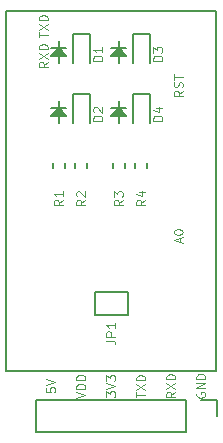
<source format=gto>
G04 #@! TF.GenerationSoftware,KiCad,Pcbnew,(5.1.4)-1*
G04 #@! TF.CreationDate,2019-12-18T21:33:11+01:00*
G04 #@! TF.ProjectId,ser,7365722e-6b69-4636-9164-5f7063625858,rev?*
G04 #@! TF.SameCoordinates,Original*
G04 #@! TF.FileFunction,Legend,Top*
G04 #@! TF.FilePolarity,Positive*
%FSLAX46Y46*%
G04 Gerber Fmt 4.6, Leading zero omitted, Abs format (unit mm)*
G04 Created by KiCad (PCBNEW (5.1.4)-1) date 2019-12-18 21:33:11*
%MOMM*%
%LPD*%
G04 APERTURE LIST*
%ADD10C,0.152400*%
%ADD11C,0.101600*%
G04 APERTURE END LIST*
D10*
X135153400Y-93345000D02*
X134518400Y-93345000D01*
X134518400Y-92710000D02*
X134518400Y-93345000D01*
X133883400Y-93345000D02*
X134518400Y-93345000D01*
G36*
X135153400Y-93980000D02*
G01*
X133883400Y-93980000D01*
X134518400Y-93345000D01*
X135153400Y-93980000D01*
G37*
X135153400Y-93980000D02*
X133883400Y-93980000D01*
X134518400Y-93345000D01*
X135153400Y-93980000D01*
X134518400Y-93345000D02*
X133883400Y-93345000D01*
X134518400Y-94615000D02*
X134518400Y-93980000D01*
X140233400Y-93345000D02*
X139598400Y-93345000D01*
X139598400Y-92710000D02*
X139598400Y-93345000D01*
X138963400Y-93345000D02*
X139598400Y-93345000D01*
G36*
X140233400Y-93980000D02*
G01*
X138963400Y-93980000D01*
X139598400Y-93345000D01*
X140233400Y-93980000D01*
G37*
X140233400Y-93980000D02*
X138963400Y-93980000D01*
X139598400Y-93345000D01*
X140233400Y-93980000D01*
X139598400Y-93345000D02*
X138963400Y-93345000D01*
X139598400Y-94615000D02*
X139598400Y-93980000D01*
X140233400Y-88265000D02*
X139598400Y-88265000D01*
X139598400Y-87630000D02*
X139598400Y-88265000D01*
X138963400Y-88265000D02*
X139598400Y-88265000D01*
G36*
X140233400Y-88900000D02*
G01*
X138963400Y-88900000D01*
X139598400Y-88265000D01*
X140233400Y-88900000D01*
G37*
X140233400Y-88900000D02*
X138963400Y-88900000D01*
X139598400Y-88265000D01*
X140233400Y-88900000D01*
X139598400Y-88265000D02*
X138963400Y-88265000D01*
X139598400Y-89535000D02*
X139598400Y-88900000D01*
G36*
X135153400Y-88900000D02*
G01*
X133883400Y-88900000D01*
X134518400Y-88265000D01*
X135153400Y-88900000D01*
G37*
X135153400Y-88900000D02*
X133883400Y-88900000D01*
X134518400Y-88265000D01*
X135153400Y-88900000D01*
X135153400Y-88265000D02*
X134518400Y-88265000D01*
X134518400Y-87630000D02*
X134518400Y-88265000D01*
X133883400Y-88265000D02*
X134518400Y-88265000D01*
X134518400Y-88265000D02*
X133883400Y-88265000D01*
X134518400Y-89535000D02*
X134518400Y-88900000D01*
D11*
X144805400Y-104684285D02*
X144805400Y-104321428D01*
X145023114Y-104756857D02*
X144261114Y-104502857D01*
X145023114Y-104248857D01*
X144261114Y-103849714D02*
X144261114Y-103777142D01*
X144297400Y-103704571D01*
X144333685Y-103668285D01*
X144406257Y-103632000D01*
X144551400Y-103595714D01*
X144732828Y-103595714D01*
X144877971Y-103632000D01*
X144950542Y-103668285D01*
X144986828Y-103704571D01*
X145023114Y-103777142D01*
X145023114Y-103849714D01*
X144986828Y-103922285D01*
X144950542Y-103958571D01*
X144877971Y-103994857D01*
X144732828Y-104031142D01*
X144551400Y-104031142D01*
X144406257Y-103994857D01*
X144333685Y-103958571D01*
X144297400Y-103922285D01*
X144261114Y-103849714D01*
X145023114Y-91857285D02*
X144660257Y-92111285D01*
X145023114Y-92292714D02*
X144261114Y-92292714D01*
X144261114Y-92002428D01*
X144297400Y-91929857D01*
X144333685Y-91893571D01*
X144406257Y-91857285D01*
X144515114Y-91857285D01*
X144587685Y-91893571D01*
X144623971Y-91929857D01*
X144660257Y-92002428D01*
X144660257Y-92292714D01*
X144986828Y-91567000D02*
X145023114Y-91458142D01*
X145023114Y-91276714D01*
X144986828Y-91204142D01*
X144950542Y-91167857D01*
X144877971Y-91131571D01*
X144805400Y-91131571D01*
X144732828Y-91167857D01*
X144696542Y-91204142D01*
X144660257Y-91276714D01*
X144623971Y-91421857D01*
X144587685Y-91494428D01*
X144551400Y-91530714D01*
X144478828Y-91567000D01*
X144406257Y-91567000D01*
X144333685Y-91530714D01*
X144297400Y-91494428D01*
X144261114Y-91421857D01*
X144261114Y-91240428D01*
X144297400Y-91131571D01*
X144261114Y-90913857D02*
X144261114Y-90478428D01*
X145023114Y-90696142D02*
X144261114Y-90696142D01*
X133593114Y-89408000D02*
X133230257Y-89662000D01*
X133593114Y-89843428D02*
X132831114Y-89843428D01*
X132831114Y-89553142D01*
X132867400Y-89480571D01*
X132903685Y-89444285D01*
X132976257Y-89408000D01*
X133085114Y-89408000D01*
X133157685Y-89444285D01*
X133193971Y-89480571D01*
X133230257Y-89553142D01*
X133230257Y-89843428D01*
X132831114Y-89154000D02*
X133593114Y-88646000D01*
X132831114Y-88646000D02*
X133593114Y-89154000D01*
X133593114Y-88355714D02*
X132831114Y-88355714D01*
X132831114Y-88174285D01*
X132867400Y-88065428D01*
X132939971Y-87992857D01*
X133012542Y-87956571D01*
X133157685Y-87920285D01*
X133266542Y-87920285D01*
X133411685Y-87956571D01*
X133484257Y-87992857D01*
X133556828Y-88065428D01*
X133593114Y-88174285D01*
X133593114Y-88355714D01*
X132831114Y-87321571D02*
X132831114Y-86886142D01*
X133593114Y-87103857D02*
X132831114Y-87103857D01*
X132831114Y-86704714D02*
X133593114Y-86196714D01*
X132831114Y-86196714D02*
X133593114Y-86704714D01*
X133593114Y-85906428D02*
X132831114Y-85906428D01*
X132831114Y-85725000D01*
X132867400Y-85616142D01*
X132939971Y-85543571D01*
X133012542Y-85507285D01*
X133157685Y-85471000D01*
X133266542Y-85471000D01*
X133411685Y-85507285D01*
X133484257Y-85543571D01*
X133556828Y-85616142D01*
X133593114Y-85725000D01*
X133593114Y-85906428D01*
X133466114Y-116985142D02*
X133466114Y-117348000D01*
X133828971Y-117384285D01*
X133792685Y-117348000D01*
X133756400Y-117275428D01*
X133756400Y-117094000D01*
X133792685Y-117021428D01*
X133828971Y-116985142D01*
X133901542Y-116948857D01*
X134082971Y-116948857D01*
X134155542Y-116985142D01*
X134191828Y-117021428D01*
X134228114Y-117094000D01*
X134228114Y-117275428D01*
X134191828Y-117348000D01*
X134155542Y-117384285D01*
X133466114Y-116731142D02*
X134228114Y-116477142D01*
X133466114Y-116223142D01*
X136006114Y-117856000D02*
X136768114Y-117602000D01*
X136006114Y-117348000D01*
X136768114Y-117094000D02*
X136006114Y-117094000D01*
X136006114Y-116912571D01*
X136042400Y-116803714D01*
X136114971Y-116731142D01*
X136187542Y-116694857D01*
X136332685Y-116658571D01*
X136441542Y-116658571D01*
X136586685Y-116694857D01*
X136659257Y-116731142D01*
X136731828Y-116803714D01*
X136768114Y-116912571D01*
X136768114Y-117094000D01*
X136768114Y-116332000D02*
X136006114Y-116332000D01*
X136006114Y-116150571D01*
X136042400Y-116041714D01*
X136114971Y-115969142D01*
X136187542Y-115932857D01*
X136332685Y-115896571D01*
X136441542Y-115896571D01*
X136586685Y-115932857D01*
X136659257Y-115969142D01*
X136731828Y-116041714D01*
X136768114Y-116150571D01*
X136768114Y-116332000D01*
X138546114Y-117783428D02*
X138546114Y-117311714D01*
X138836400Y-117565714D01*
X138836400Y-117456857D01*
X138872685Y-117384285D01*
X138908971Y-117348000D01*
X138981542Y-117311714D01*
X139162971Y-117311714D01*
X139235542Y-117348000D01*
X139271828Y-117384285D01*
X139308114Y-117456857D01*
X139308114Y-117674571D01*
X139271828Y-117747142D01*
X139235542Y-117783428D01*
X138546114Y-117094000D02*
X139308114Y-116840000D01*
X138546114Y-116586000D01*
X138546114Y-116404571D02*
X138546114Y-115932857D01*
X138836400Y-116186857D01*
X138836400Y-116078000D01*
X138872685Y-116005428D01*
X138908971Y-115969142D01*
X138981542Y-115932857D01*
X139162971Y-115932857D01*
X139235542Y-115969142D01*
X139271828Y-116005428D01*
X139308114Y-116078000D01*
X139308114Y-116295714D01*
X139271828Y-116368285D01*
X139235542Y-116404571D01*
X141086114Y-117801571D02*
X141086114Y-117366142D01*
X141848114Y-117583857D02*
X141086114Y-117583857D01*
X141086114Y-117184714D02*
X141848114Y-116676714D01*
X141086114Y-116676714D02*
X141848114Y-117184714D01*
X141848114Y-116386428D02*
X141086114Y-116386428D01*
X141086114Y-116205000D01*
X141122400Y-116096142D01*
X141194971Y-116023571D01*
X141267542Y-115987285D01*
X141412685Y-115951000D01*
X141521542Y-115951000D01*
X141666685Y-115987285D01*
X141739257Y-116023571D01*
X141811828Y-116096142D01*
X141848114Y-116205000D01*
X141848114Y-116386428D01*
X144388114Y-117348000D02*
X144025257Y-117602000D01*
X144388114Y-117783428D02*
X143626114Y-117783428D01*
X143626114Y-117493142D01*
X143662400Y-117420571D01*
X143698685Y-117384285D01*
X143771257Y-117348000D01*
X143880114Y-117348000D01*
X143952685Y-117384285D01*
X143988971Y-117420571D01*
X144025257Y-117493142D01*
X144025257Y-117783428D01*
X143626114Y-117094000D02*
X144388114Y-116586000D01*
X143626114Y-116586000D02*
X144388114Y-117094000D01*
X144388114Y-116295714D02*
X143626114Y-116295714D01*
X143626114Y-116114285D01*
X143662400Y-116005428D01*
X143734971Y-115932857D01*
X143807542Y-115896571D01*
X143952685Y-115860285D01*
X144061542Y-115860285D01*
X144206685Y-115896571D01*
X144279257Y-115932857D01*
X144351828Y-116005428D01*
X144388114Y-116114285D01*
X144388114Y-116295714D01*
X146202400Y-117420571D02*
X146166114Y-117493142D01*
X146166114Y-117602000D01*
X146202400Y-117710857D01*
X146274971Y-117783428D01*
X146347542Y-117819714D01*
X146492685Y-117856000D01*
X146601542Y-117856000D01*
X146746685Y-117819714D01*
X146819257Y-117783428D01*
X146891828Y-117710857D01*
X146928114Y-117602000D01*
X146928114Y-117529428D01*
X146891828Y-117420571D01*
X146855542Y-117384285D01*
X146601542Y-117384285D01*
X146601542Y-117529428D01*
X146928114Y-117057714D02*
X146166114Y-117057714D01*
X146928114Y-116622285D01*
X146166114Y-116622285D01*
X146928114Y-116259428D02*
X146166114Y-116259428D01*
X146166114Y-116078000D01*
X146202400Y-115969142D01*
X146274971Y-115896571D01*
X146347542Y-115860285D01*
X146492685Y-115824000D01*
X146601542Y-115824000D01*
X146746685Y-115860285D01*
X146819257Y-115896571D01*
X146891828Y-115969142D01*
X146928114Y-116078000D01*
X146928114Y-116259428D01*
D10*
X130073400Y-85090000D02*
X147853400Y-85090000D01*
X147853400Y-85090000D02*
X147853400Y-115570000D01*
X147853400Y-115570000D02*
X130073400Y-115570000D01*
X130073400Y-115570000D02*
X130073400Y-85090000D01*
X137563400Y-110855000D02*
X137563400Y-108855000D01*
X140363400Y-110855000D02*
X137563400Y-110855000D01*
X140363400Y-108855000D02*
X140363400Y-110855000D01*
X137563400Y-108855000D02*
X140363400Y-108855000D01*
X132553400Y-118050000D02*
X132553400Y-120710000D01*
X145313400Y-118050000D02*
X132553400Y-118050000D01*
X145313400Y-120710000D02*
X132553400Y-120710000D01*
X145313400Y-118050000D02*
X145313400Y-120710000D01*
X146583400Y-118050000D02*
X147913400Y-118050000D01*
X147913400Y-118050000D02*
X147913400Y-119380000D01*
X140768400Y-92167500D02*
X140768400Y-94627500D01*
X142238400Y-92167500D02*
X140768400Y-92167500D01*
X142238400Y-94627500D02*
X142238400Y-92167500D01*
X142238400Y-89547500D02*
X142238400Y-87087500D01*
X142238400Y-87087500D02*
X140768400Y-87087500D01*
X140768400Y-87087500D02*
X140768400Y-89547500D01*
X135688400Y-92167500D02*
X135688400Y-94627500D01*
X137158400Y-92167500D02*
X135688400Y-92167500D01*
X137158400Y-94627500D02*
X137158400Y-92167500D01*
X137158400Y-89547500D02*
X137158400Y-87087500D01*
X137158400Y-87087500D02*
X135688400Y-87087500D01*
X135688400Y-87087500D02*
X135688400Y-89547500D01*
X142013400Y-98356267D02*
X142013400Y-98013733D01*
X140993400Y-98356267D02*
X140993400Y-98013733D01*
X139088400Y-98356267D02*
X139088400Y-98013733D01*
X140108400Y-98356267D02*
X140108400Y-98013733D01*
X136933400Y-98356267D02*
X136933400Y-98013733D01*
X135913400Y-98356267D02*
X135913400Y-98013733D01*
X134008400Y-98356267D02*
X134008400Y-98013733D01*
X135028400Y-98356267D02*
X135028400Y-98013733D01*
D11*
X138546114Y-113030000D02*
X139090400Y-113030000D01*
X139199257Y-113066285D01*
X139271828Y-113138857D01*
X139308114Y-113247714D01*
X139308114Y-113320285D01*
X139308114Y-112667142D02*
X138546114Y-112667142D01*
X138546114Y-112376857D01*
X138582400Y-112304285D01*
X138618685Y-112268000D01*
X138691257Y-112231714D01*
X138800114Y-112231714D01*
X138872685Y-112268000D01*
X138908971Y-112304285D01*
X138945257Y-112376857D01*
X138945257Y-112667142D01*
X139308114Y-111506000D02*
X139308114Y-111941428D01*
X139308114Y-111723714D02*
X138546114Y-111723714D01*
X138654971Y-111796285D01*
X138727542Y-111868857D01*
X138763828Y-111941428D01*
X143278114Y-94389928D02*
X142516114Y-94389928D01*
X142516114Y-94208500D01*
X142552400Y-94099642D01*
X142624971Y-94027071D01*
X142697542Y-93990785D01*
X142842685Y-93954500D01*
X142951542Y-93954500D01*
X143096685Y-93990785D01*
X143169257Y-94027071D01*
X143241828Y-94099642D01*
X143278114Y-94208500D01*
X143278114Y-94389928D01*
X142770114Y-93301357D02*
X143278114Y-93301357D01*
X142479828Y-93482785D02*
X143024114Y-93664214D01*
X143024114Y-93192500D01*
X143278114Y-89309928D02*
X142516114Y-89309928D01*
X142516114Y-89128500D01*
X142552400Y-89019642D01*
X142624971Y-88947071D01*
X142697542Y-88910785D01*
X142842685Y-88874500D01*
X142951542Y-88874500D01*
X143096685Y-88910785D01*
X143169257Y-88947071D01*
X143241828Y-89019642D01*
X143278114Y-89128500D01*
X143278114Y-89309928D01*
X142516114Y-88620500D02*
X142516114Y-88148785D01*
X142806400Y-88402785D01*
X142806400Y-88293928D01*
X142842685Y-88221357D01*
X142878971Y-88185071D01*
X142951542Y-88148785D01*
X143132971Y-88148785D01*
X143205542Y-88185071D01*
X143241828Y-88221357D01*
X143278114Y-88293928D01*
X143278114Y-88511642D01*
X143241828Y-88584214D01*
X143205542Y-88620500D01*
X138198114Y-94389928D02*
X137436114Y-94389928D01*
X137436114Y-94208500D01*
X137472400Y-94099642D01*
X137544971Y-94027071D01*
X137617542Y-93990785D01*
X137762685Y-93954500D01*
X137871542Y-93954500D01*
X138016685Y-93990785D01*
X138089257Y-94027071D01*
X138161828Y-94099642D01*
X138198114Y-94208500D01*
X138198114Y-94389928D01*
X137508685Y-93664214D02*
X137472400Y-93627928D01*
X137436114Y-93555357D01*
X137436114Y-93373928D01*
X137472400Y-93301357D01*
X137508685Y-93265071D01*
X137581257Y-93228785D01*
X137653828Y-93228785D01*
X137762685Y-93265071D01*
X138198114Y-93700500D01*
X138198114Y-93228785D01*
X138198114Y-89309928D02*
X137436114Y-89309928D01*
X137436114Y-89128500D01*
X137472400Y-89019642D01*
X137544971Y-88947071D01*
X137617542Y-88910785D01*
X137762685Y-88874500D01*
X137871542Y-88874500D01*
X138016685Y-88910785D01*
X138089257Y-88947071D01*
X138161828Y-89019642D01*
X138198114Y-89128500D01*
X138198114Y-89309928D01*
X138198114Y-88148785D02*
X138198114Y-88584214D01*
X138198114Y-88366500D02*
X137436114Y-88366500D01*
X137544971Y-88439071D01*
X137617542Y-88511642D01*
X137653828Y-88584214D01*
X141848114Y-101092000D02*
X141485257Y-101346000D01*
X141848114Y-101527428D02*
X141086114Y-101527428D01*
X141086114Y-101237142D01*
X141122400Y-101164571D01*
X141158685Y-101128285D01*
X141231257Y-101092000D01*
X141340114Y-101092000D01*
X141412685Y-101128285D01*
X141448971Y-101164571D01*
X141485257Y-101237142D01*
X141485257Y-101527428D01*
X141340114Y-100438857D02*
X141848114Y-100438857D01*
X141049828Y-100620285D02*
X141594114Y-100801714D01*
X141594114Y-100330000D01*
X139943114Y-101092000D02*
X139580257Y-101346000D01*
X139943114Y-101527428D02*
X139181114Y-101527428D01*
X139181114Y-101237142D01*
X139217400Y-101164571D01*
X139253685Y-101128285D01*
X139326257Y-101092000D01*
X139435114Y-101092000D01*
X139507685Y-101128285D01*
X139543971Y-101164571D01*
X139580257Y-101237142D01*
X139580257Y-101527428D01*
X139181114Y-100838000D02*
X139181114Y-100366285D01*
X139471400Y-100620285D01*
X139471400Y-100511428D01*
X139507685Y-100438857D01*
X139543971Y-100402571D01*
X139616542Y-100366285D01*
X139797971Y-100366285D01*
X139870542Y-100402571D01*
X139906828Y-100438857D01*
X139943114Y-100511428D01*
X139943114Y-100729142D01*
X139906828Y-100801714D01*
X139870542Y-100838000D01*
X136768114Y-101092000D02*
X136405257Y-101346000D01*
X136768114Y-101527428D02*
X136006114Y-101527428D01*
X136006114Y-101237142D01*
X136042400Y-101164571D01*
X136078685Y-101128285D01*
X136151257Y-101092000D01*
X136260114Y-101092000D01*
X136332685Y-101128285D01*
X136368971Y-101164571D01*
X136405257Y-101237142D01*
X136405257Y-101527428D01*
X136078685Y-100801714D02*
X136042400Y-100765428D01*
X136006114Y-100692857D01*
X136006114Y-100511428D01*
X136042400Y-100438857D01*
X136078685Y-100402571D01*
X136151257Y-100366285D01*
X136223828Y-100366285D01*
X136332685Y-100402571D01*
X136768114Y-100838000D01*
X136768114Y-100366285D01*
X134863114Y-101092000D02*
X134500257Y-101346000D01*
X134863114Y-101527428D02*
X134101114Y-101527428D01*
X134101114Y-101237142D01*
X134137400Y-101164571D01*
X134173685Y-101128285D01*
X134246257Y-101092000D01*
X134355114Y-101092000D01*
X134427685Y-101128285D01*
X134463971Y-101164571D01*
X134500257Y-101237142D01*
X134500257Y-101527428D01*
X134863114Y-100366285D02*
X134863114Y-100801714D01*
X134863114Y-100584000D02*
X134101114Y-100584000D01*
X134209971Y-100656571D01*
X134282542Y-100729142D01*
X134318828Y-100801714D01*
M02*

</source>
